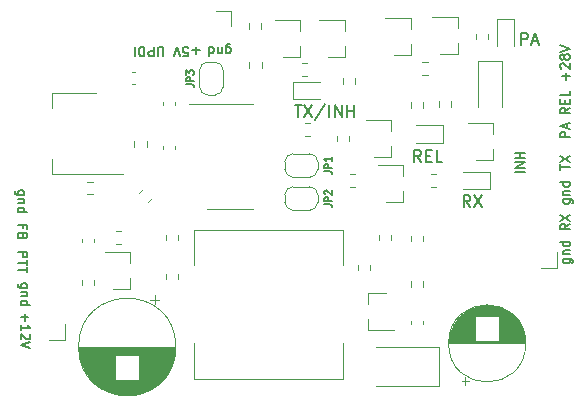
<source format=gbr>
%TF.GenerationSoftware,KiCad,Pcbnew,5.1.10-88a1d61d58~90~ubuntu20.04.1*%
%TF.CreationDate,2021-10-01T00:20:27+02:00*%
%TF.ProjectId,boost_sequencer,626f6f73-745f-4736-9571-75656e636572,rev?*%
%TF.SameCoordinates,Original*%
%TF.FileFunction,Legend,Top*%
%TF.FilePolarity,Positive*%
%FSLAX46Y46*%
G04 Gerber Fmt 4.6, Leading zero omitted, Abs format (unit mm)*
G04 Created by KiCad (PCBNEW 5.1.10-88a1d61d58~90~ubuntu20.04.1) date 2021-10-01 00:20:27*
%MOMM*%
%LPD*%
G01*
G04 APERTURE LIST*
%ADD10C,0.150000*%
%ADD11C,0.120000*%
G04 APERTURE END LIST*
D10*
X409047904Y-123266095D02*
X408247904Y-123266095D01*
X409047904Y-122885142D02*
X408247904Y-122885142D01*
X409047904Y-122428000D01*
X408247904Y-122428000D01*
X409047904Y-122047047D02*
X408247904Y-122047047D01*
X408628857Y-122047047D02*
X408628857Y-121589904D01*
X409047904Y-121589904D02*
X408247904Y-121589904D01*
X366557142Y-127984285D02*
X366557142Y-127717619D01*
X366138095Y-127717619D02*
X366938095Y-127717619D01*
X366938095Y-128098571D01*
X366557142Y-128670000D02*
X366519047Y-128784285D01*
X366480952Y-128822380D01*
X366404761Y-128860476D01*
X366290476Y-128860476D01*
X366214285Y-128822380D01*
X366176190Y-128784285D01*
X366138095Y-128708095D01*
X366138095Y-128403333D01*
X366938095Y-128403333D01*
X366938095Y-128670000D01*
X366900000Y-128746190D01*
X366861904Y-128784285D01*
X366785714Y-128822380D01*
X366709523Y-128822380D01*
X366633333Y-128784285D01*
X366595238Y-128746190D01*
X366557142Y-128670000D01*
X366557142Y-128403333D01*
X381528571Y-112942857D02*
X380919047Y-112942857D01*
X381223809Y-112638095D02*
X381223809Y-113247619D01*
X380157142Y-113438095D02*
X380538095Y-113438095D01*
X380576190Y-113057142D01*
X380538095Y-113095238D01*
X380461904Y-113133333D01*
X380271428Y-113133333D01*
X380195238Y-113095238D01*
X380157142Y-113057142D01*
X380119047Y-112980952D01*
X380119047Y-112790476D01*
X380157142Y-112714285D01*
X380195238Y-112676190D01*
X380271428Y-112638095D01*
X380461904Y-112638095D01*
X380538095Y-112676190D01*
X380576190Y-112714285D01*
X379890476Y-113438095D02*
X379623809Y-112638095D01*
X379357142Y-113438095D01*
X383802380Y-113171428D02*
X383802380Y-112523809D01*
X383840476Y-112447619D01*
X383878571Y-112409523D01*
X383954761Y-112371428D01*
X384069047Y-112371428D01*
X384145238Y-112409523D01*
X383802380Y-112676190D02*
X383878571Y-112638095D01*
X384030952Y-112638095D01*
X384107142Y-112676190D01*
X384145238Y-112714285D01*
X384183333Y-112790476D01*
X384183333Y-113019047D01*
X384145238Y-113095238D01*
X384107142Y-113133333D01*
X384030952Y-113171428D01*
X383878571Y-113171428D01*
X383802380Y-113133333D01*
X383421428Y-113171428D02*
X383421428Y-112638095D01*
X383421428Y-113095238D02*
X383383333Y-113133333D01*
X383307142Y-113171428D01*
X383192857Y-113171428D01*
X383116666Y-113133333D01*
X383078571Y-113057142D01*
X383078571Y-112638095D01*
X382354761Y-112638095D02*
X382354761Y-113438095D01*
X382354761Y-112676190D02*
X382430952Y-112638095D01*
X382583333Y-112638095D01*
X382659523Y-112676190D01*
X382697619Y-112714285D01*
X382735714Y-112790476D01*
X382735714Y-113019047D01*
X382697619Y-113095238D01*
X382659523Y-113133333D01*
X382583333Y-113171428D01*
X382430952Y-113171428D01*
X382354761Y-113133333D01*
X378469047Y-113438095D02*
X378469047Y-112790476D01*
X378430952Y-112714285D01*
X378392857Y-112676190D01*
X378316666Y-112638095D01*
X378164285Y-112638095D01*
X378088095Y-112676190D01*
X378050000Y-112714285D01*
X378011904Y-112790476D01*
X378011904Y-113438095D01*
X377630952Y-112638095D02*
X377630952Y-113438095D01*
X377326190Y-113438095D01*
X377250000Y-113400000D01*
X377211904Y-113361904D01*
X377173809Y-113285714D01*
X377173809Y-113171428D01*
X377211904Y-113095238D01*
X377250000Y-113057142D01*
X377326190Y-113019047D01*
X377630952Y-113019047D01*
X376830952Y-112638095D02*
X376830952Y-113438095D01*
X376640476Y-113438095D01*
X376526190Y-113400000D01*
X376450000Y-113323809D01*
X376411904Y-113247619D01*
X376373809Y-113095238D01*
X376373809Y-112980952D01*
X376411904Y-112828571D01*
X376450000Y-112752380D01*
X376526190Y-112676190D01*
X376640476Y-112638095D01*
X376830952Y-112638095D01*
X376030952Y-112638095D02*
X376030952Y-113438095D01*
X412324571Y-130600380D02*
X412972190Y-130600380D01*
X413048380Y-130638476D01*
X413086476Y-130676571D01*
X413124571Y-130752761D01*
X413124571Y-130867047D01*
X413086476Y-130943238D01*
X412819809Y-130600380D02*
X412857904Y-130676571D01*
X412857904Y-130828952D01*
X412819809Y-130905142D01*
X412781714Y-130943238D01*
X412705523Y-130981333D01*
X412476952Y-130981333D01*
X412400761Y-130943238D01*
X412362666Y-130905142D01*
X412324571Y-130828952D01*
X412324571Y-130676571D01*
X412362666Y-130600380D01*
X412324571Y-130219428D02*
X412857904Y-130219428D01*
X412400761Y-130219428D02*
X412362666Y-130181333D01*
X412324571Y-130105142D01*
X412324571Y-129990857D01*
X412362666Y-129914666D01*
X412438857Y-129876571D01*
X412857904Y-129876571D01*
X412857904Y-129152761D02*
X412057904Y-129152761D01*
X412819809Y-129152761D02*
X412857904Y-129228952D01*
X412857904Y-129381333D01*
X412819809Y-129457523D01*
X412781714Y-129495619D01*
X412705523Y-129533714D01*
X412476952Y-129533714D01*
X412400761Y-129495619D01*
X412362666Y-129457523D01*
X412324571Y-129381333D01*
X412324571Y-129228952D01*
X412362666Y-129152761D01*
X412857904Y-127641333D02*
X412476952Y-127908000D01*
X412857904Y-128098476D02*
X412057904Y-128098476D01*
X412057904Y-127793714D01*
X412096000Y-127717523D01*
X412134095Y-127679428D01*
X412210285Y-127641333D01*
X412324571Y-127641333D01*
X412400761Y-127679428D01*
X412438857Y-127717523D01*
X412476952Y-127793714D01*
X412476952Y-128098476D01*
X412057904Y-127374666D02*
X412857904Y-126841333D01*
X412057904Y-126841333D02*
X412857904Y-127374666D01*
X412324571Y-125552380D02*
X412972190Y-125552380D01*
X413048380Y-125590476D01*
X413086476Y-125628571D01*
X413124571Y-125704761D01*
X413124571Y-125819047D01*
X413086476Y-125895238D01*
X412819809Y-125552380D02*
X412857904Y-125628571D01*
X412857904Y-125780952D01*
X412819809Y-125857142D01*
X412781714Y-125895238D01*
X412705523Y-125933333D01*
X412476952Y-125933333D01*
X412400761Y-125895238D01*
X412362666Y-125857142D01*
X412324571Y-125780952D01*
X412324571Y-125628571D01*
X412362666Y-125552380D01*
X412324571Y-125171428D02*
X412857904Y-125171428D01*
X412400761Y-125171428D02*
X412362666Y-125133333D01*
X412324571Y-125057142D01*
X412324571Y-124942857D01*
X412362666Y-124866666D01*
X412438857Y-124828571D01*
X412857904Y-124828571D01*
X412857904Y-124104761D02*
X412057904Y-124104761D01*
X412819809Y-124104761D02*
X412857904Y-124180952D01*
X412857904Y-124333333D01*
X412819809Y-124409523D01*
X412781714Y-124447619D01*
X412705523Y-124485714D01*
X412476952Y-124485714D01*
X412400761Y-124447619D01*
X412362666Y-124409523D01*
X412324571Y-124333333D01*
X412324571Y-124180952D01*
X412362666Y-124104761D01*
X412057904Y-123037523D02*
X412057904Y-122580380D01*
X412857904Y-122808952D02*
X412057904Y-122808952D01*
X412057904Y-122389904D02*
X412857904Y-121856571D01*
X412057904Y-121856571D02*
X412857904Y-122389904D01*
X412857904Y-120302380D02*
X412057904Y-120302380D01*
X412057904Y-119997619D01*
X412096000Y-119921428D01*
X412134095Y-119883333D01*
X412210285Y-119845238D01*
X412324571Y-119845238D01*
X412400761Y-119883333D01*
X412438857Y-119921428D01*
X412476952Y-119997619D01*
X412476952Y-120302380D01*
X412629333Y-119540476D02*
X412629333Y-119159523D01*
X412857904Y-119616666D02*
X412057904Y-119350000D01*
X412857904Y-119083333D01*
X412857904Y-117786095D02*
X412476952Y-118052761D01*
X412857904Y-118243238D02*
X412057904Y-118243238D01*
X412057904Y-117938476D01*
X412096000Y-117862285D01*
X412134095Y-117824190D01*
X412210285Y-117786095D01*
X412324571Y-117786095D01*
X412400761Y-117824190D01*
X412438857Y-117862285D01*
X412476952Y-117938476D01*
X412476952Y-118243238D01*
X412438857Y-117443238D02*
X412438857Y-117176571D01*
X412857904Y-117062285D02*
X412857904Y-117443238D01*
X412057904Y-117443238D01*
X412057904Y-117062285D01*
X412857904Y-116338476D02*
X412857904Y-116719428D01*
X412057904Y-116719428D01*
X412553142Y-115455523D02*
X412553142Y-114846000D01*
X412857904Y-115150761D02*
X412248380Y-115150761D01*
X412134095Y-114503142D02*
X412096000Y-114465047D01*
X412057904Y-114388857D01*
X412057904Y-114198380D01*
X412096000Y-114122190D01*
X412134095Y-114084095D01*
X412210285Y-114046000D01*
X412286476Y-114046000D01*
X412400761Y-114084095D01*
X412857904Y-114541238D01*
X412857904Y-114046000D01*
X412400761Y-113588857D02*
X412362666Y-113665047D01*
X412324571Y-113703142D01*
X412248380Y-113741238D01*
X412210285Y-113741238D01*
X412134095Y-113703142D01*
X412096000Y-113665047D01*
X412057904Y-113588857D01*
X412057904Y-113436476D01*
X412096000Y-113360285D01*
X412134095Y-113322190D01*
X412210285Y-113284095D01*
X412248380Y-113284095D01*
X412324571Y-113322190D01*
X412362666Y-113360285D01*
X412400761Y-113436476D01*
X412400761Y-113588857D01*
X412438857Y-113665047D01*
X412476952Y-113703142D01*
X412553142Y-113741238D01*
X412705523Y-113741238D01*
X412781714Y-113703142D01*
X412819809Y-113665047D01*
X412857904Y-113588857D01*
X412857904Y-113436476D01*
X412819809Y-113360285D01*
X412781714Y-113322190D01*
X412705523Y-113284095D01*
X412553142Y-113284095D01*
X412476952Y-113322190D01*
X412438857Y-113360285D01*
X412400761Y-113436476D01*
X412057904Y-113055523D02*
X412857904Y-112788857D01*
X412057904Y-112522190D01*
X366718857Y-135242476D02*
X366718857Y-135852000D01*
X366414095Y-135547238D02*
X367023619Y-135547238D01*
X366414095Y-136652000D02*
X366414095Y-136194857D01*
X366414095Y-136423428D02*
X367214095Y-136423428D01*
X367099809Y-136347238D01*
X367023619Y-136271047D01*
X366985523Y-136194857D01*
X367137904Y-136956761D02*
X367176000Y-136994857D01*
X367214095Y-137071047D01*
X367214095Y-137261523D01*
X367176000Y-137337714D01*
X367137904Y-137375809D01*
X367061714Y-137413904D01*
X366985523Y-137413904D01*
X366871238Y-137375809D01*
X366414095Y-136918666D01*
X366414095Y-137413904D01*
X367214095Y-137642476D02*
X366414095Y-137909142D01*
X367214095Y-138175809D01*
X366947428Y-133051619D02*
X366299809Y-133051619D01*
X366223619Y-133013523D01*
X366185523Y-132975428D01*
X366147428Y-132899238D01*
X366147428Y-132784952D01*
X366185523Y-132708761D01*
X366452190Y-133051619D02*
X366414095Y-132975428D01*
X366414095Y-132823047D01*
X366452190Y-132746857D01*
X366490285Y-132708761D01*
X366566476Y-132670666D01*
X366795047Y-132670666D01*
X366871238Y-132708761D01*
X366909333Y-132746857D01*
X366947428Y-132823047D01*
X366947428Y-132975428D01*
X366909333Y-133051619D01*
X366947428Y-133432571D02*
X366414095Y-133432571D01*
X366871238Y-133432571D02*
X366909333Y-133470666D01*
X366947428Y-133546857D01*
X366947428Y-133661142D01*
X366909333Y-133737333D01*
X366833142Y-133775428D01*
X366414095Y-133775428D01*
X366414095Y-134499238D02*
X367214095Y-134499238D01*
X366452190Y-134499238D02*
X366414095Y-134423047D01*
X366414095Y-134270666D01*
X366452190Y-134194476D01*
X366490285Y-134156380D01*
X366566476Y-134118285D01*
X366795047Y-134118285D01*
X366871238Y-134156380D01*
X366909333Y-134194476D01*
X366947428Y-134270666D01*
X366947428Y-134423047D01*
X366909333Y-134499238D01*
X366160095Y-129990952D02*
X366960095Y-129990952D01*
X366960095Y-130295714D01*
X366922000Y-130371904D01*
X366883904Y-130410000D01*
X366807714Y-130448095D01*
X366693428Y-130448095D01*
X366617238Y-130410000D01*
X366579142Y-130371904D01*
X366541047Y-130295714D01*
X366541047Y-129990952D01*
X366960095Y-130676666D02*
X366960095Y-131133809D01*
X366160095Y-130905238D02*
X366960095Y-130905238D01*
X366960095Y-131286190D02*
X366960095Y-131743333D01*
X366160095Y-131514761D02*
X366960095Y-131514761D01*
X366693428Y-125177619D02*
X366045809Y-125177619D01*
X365969619Y-125139523D01*
X365931523Y-125101428D01*
X365893428Y-125025238D01*
X365893428Y-124910952D01*
X365931523Y-124834761D01*
X366198190Y-125177619D02*
X366160095Y-125101428D01*
X366160095Y-124949047D01*
X366198190Y-124872857D01*
X366236285Y-124834761D01*
X366312476Y-124796666D01*
X366541047Y-124796666D01*
X366617238Y-124834761D01*
X366655333Y-124872857D01*
X366693428Y-124949047D01*
X366693428Y-125101428D01*
X366655333Y-125177619D01*
X366693428Y-125558571D02*
X366160095Y-125558571D01*
X366617238Y-125558571D02*
X366655333Y-125596666D01*
X366693428Y-125672857D01*
X366693428Y-125787142D01*
X366655333Y-125863333D01*
X366579142Y-125901428D01*
X366160095Y-125901428D01*
X366160095Y-126625238D02*
X366960095Y-126625238D01*
X366198190Y-126625238D02*
X366160095Y-126549047D01*
X366160095Y-126396666D01*
X366198190Y-126320476D01*
X366236285Y-126282380D01*
X366312476Y-126244285D01*
X366541047Y-126244285D01*
X366617238Y-126282380D01*
X366655333Y-126320476D01*
X366693428Y-126396666D01*
X366693428Y-126549047D01*
X366655333Y-126625238D01*
X400264380Y-122372380D02*
X399931047Y-121896190D01*
X399692952Y-122372380D02*
X399692952Y-121372380D01*
X400073904Y-121372380D01*
X400169142Y-121420000D01*
X400216761Y-121467619D01*
X400264380Y-121562857D01*
X400264380Y-121705714D01*
X400216761Y-121800952D01*
X400169142Y-121848571D01*
X400073904Y-121896190D01*
X399692952Y-121896190D01*
X400692952Y-121848571D02*
X401026285Y-121848571D01*
X401169142Y-122372380D02*
X400692952Y-122372380D01*
X400692952Y-121372380D01*
X401169142Y-121372380D01*
X402073904Y-122372380D02*
X401597714Y-122372380D01*
X401597714Y-121372380D01*
X408757523Y-112466380D02*
X408757523Y-111466380D01*
X409138476Y-111466380D01*
X409233714Y-111514000D01*
X409281333Y-111561619D01*
X409328952Y-111656857D01*
X409328952Y-111799714D01*
X409281333Y-111894952D01*
X409233714Y-111942571D01*
X409138476Y-111990190D01*
X408757523Y-111990190D01*
X409709904Y-112180666D02*
X410186095Y-112180666D01*
X409614666Y-112466380D02*
X409948000Y-111466380D01*
X410281333Y-112466380D01*
X389604571Y-117562380D02*
X390176000Y-117562380D01*
X389890285Y-118562380D02*
X389890285Y-117562380D01*
X390414095Y-117562380D02*
X391080761Y-118562380D01*
X391080761Y-117562380D02*
X390414095Y-118562380D01*
X392176000Y-117514761D02*
X391318857Y-118800476D01*
X392509333Y-118562380D02*
X392509333Y-117562380D01*
X392985523Y-118562380D02*
X392985523Y-117562380D01*
X393556952Y-118562380D01*
X393556952Y-117562380D01*
X394033142Y-118562380D02*
X394033142Y-117562380D01*
X394033142Y-118038571D02*
X394604571Y-118038571D01*
X394604571Y-118562380D02*
X394604571Y-117562380D01*
X404455333Y-126182380D02*
X404122000Y-125706190D01*
X403883904Y-126182380D02*
X403883904Y-125182380D01*
X404264857Y-125182380D01*
X404360095Y-125230000D01*
X404407714Y-125277619D01*
X404455333Y-125372857D01*
X404455333Y-125515714D01*
X404407714Y-125610952D01*
X404360095Y-125658571D01*
X404264857Y-125706190D01*
X403883904Y-125706190D01*
X404788666Y-125182380D02*
X405455333Y-126182380D01*
X405455333Y-125182380D02*
X404788666Y-126182380D01*
D11*
%TO.C,JP3*%
X381524000Y-116016000D02*
X381524000Y-114616000D01*
X382224000Y-113916000D02*
X382824000Y-113916000D01*
X383524000Y-114616000D02*
X383524000Y-116016000D01*
X382824000Y-116716000D02*
X382224000Y-116716000D01*
X382224000Y-116716000D02*
G75*
G02*
X381524000Y-116016000I0J700000D01*
G01*
X383524000Y-116016000D02*
G75*
G02*
X382824000Y-116716000I-700000J0D01*
G01*
X382824000Y-113916000D02*
G75*
G02*
X383524000Y-114616000I0J-700000D01*
G01*
X381524000Y-114616000D02*
G75*
G02*
X382224000Y-113916000I700000J0D01*
G01*
%TO.C,J1*%
X370138000Y-136144000D02*
X370138000Y-137474000D01*
X370138000Y-137474000D02*
X368808000Y-137474000D01*
%TO.C,JP2*%
X390844000Y-126476000D02*
X389444000Y-126476000D01*
X388744000Y-125776000D02*
X388744000Y-125176000D01*
X389444000Y-124476000D02*
X390844000Y-124476000D01*
X391544000Y-125176000D02*
X391544000Y-125776000D01*
X391544000Y-125776000D02*
G75*
G02*
X390844000Y-126476000I-700000J0D01*
G01*
X390844000Y-124476000D02*
G75*
G02*
X391544000Y-125176000I0J-700000D01*
G01*
X388744000Y-125176000D02*
G75*
G02*
X389444000Y-124476000I700000J0D01*
G01*
X389444000Y-126476000D02*
G75*
G02*
X388744000Y-125776000I0J700000D01*
G01*
%TO.C,Q7*%
X406398000Y-122230000D02*
X406398000Y-121300000D01*
X406398000Y-119070000D02*
X406398000Y-120000000D01*
X406398000Y-119070000D02*
X404238000Y-119070000D01*
X406398000Y-122230000D02*
X404938000Y-122230000D01*
%TO.C,JP1*%
X391544000Y-122382000D02*
X391544000Y-122982000D01*
X389444000Y-121682000D02*
X390844000Y-121682000D01*
X388744000Y-122982000D02*
X388744000Y-122382000D01*
X390844000Y-123682000D02*
X389444000Y-123682000D01*
X391544000Y-122982000D02*
G75*
G02*
X390844000Y-123682000I-700000J0D01*
G01*
X390844000Y-121682000D02*
G75*
G02*
X391544000Y-122382000I0J-700000D01*
G01*
X388744000Y-122382000D02*
G75*
G02*
X389444000Y-121682000I700000J0D01*
G01*
X389444000Y-123682000D02*
G75*
G02*
X388744000Y-122982000I0J700000D01*
G01*
%TO.C,C8*%
X378458000Y-121285580D02*
X378458000Y-121004420D01*
X379478000Y-121285580D02*
X379478000Y-121004420D01*
%TO.C,C6*%
X375792420Y-114806000D02*
X376073580Y-114806000D01*
X375792420Y-115826000D02*
X376073580Y-115826000D01*
%TO.C,C5*%
X371600000Y-129172580D02*
X371600000Y-128891420D01*
X372620000Y-129172580D02*
X372620000Y-128891420D01*
%TO.C,J2*%
X384230000Y-109570000D02*
X384230000Y-110900000D01*
X382900000Y-109570000D02*
X384230000Y-109570000D01*
%TO.C,J3*%
X411794000Y-130000000D02*
X411794000Y-131330000D01*
X411794000Y-131330000D02*
X410464000Y-131330000D01*
%TO.C,Q9*%
X398778000Y-125786000D02*
X398778000Y-124856000D01*
X398778000Y-122626000D02*
X398778000Y-123556000D01*
X398778000Y-122626000D02*
X396618000Y-122626000D01*
X398778000Y-125786000D02*
X397318000Y-125786000D01*
%TO.C,R23*%
X401082742Y-123429500D02*
X401557258Y-123429500D01*
X401082742Y-124474500D02*
X401557258Y-124474500D01*
%TO.C,R22*%
X394224742Y-123429500D02*
X394699258Y-123429500D01*
X394224742Y-124474500D02*
X394699258Y-124474500D01*
%TO.C,R21*%
X394222500Y-120158742D02*
X394222500Y-120633258D01*
X393177500Y-120158742D02*
X393177500Y-120633258D01*
%TO.C,R20*%
X390889258Y-120156500D02*
X390414742Y-120156500D01*
X390889258Y-119111500D02*
X390414742Y-119111500D01*
%TO.C,Q8*%
X397762000Y-121976000D02*
X397762000Y-121046000D01*
X397762000Y-118816000D02*
X397762000Y-119746000D01*
X397762000Y-118816000D02*
X395602000Y-118816000D01*
X397762000Y-121976000D02*
X396302000Y-121976000D01*
%TO.C,D6*%
X403822000Y-124687000D02*
X406107000Y-124687000D01*
X406107000Y-124687000D02*
X406107000Y-123217000D01*
X406107000Y-123217000D02*
X403822000Y-123217000D01*
%TO.C,D3*%
X401837100Y-141388100D02*
X401837100Y-138088100D01*
X401837100Y-138088100D02*
X396437100Y-138088100D01*
X401837100Y-141388100D02*
X396437100Y-141388100D01*
%TO.C,Q6*%
X395822900Y-133484500D02*
X395822900Y-134414500D01*
X395822900Y-136644500D02*
X395822900Y-135714500D01*
X395822900Y-136644500D02*
X397982900Y-136644500D01*
X395822900Y-133484500D02*
X397282900Y-133484500D01*
%TO.C,L1*%
X393637300Y-137742200D02*
X393637300Y-140742200D01*
X393637300Y-140742200D02*
X381037300Y-140742200D01*
X381037300Y-140742200D02*
X381037300Y-137742200D01*
X381037300Y-131142200D02*
X381037300Y-128142200D01*
X381037300Y-128142200D02*
X393637300Y-128142200D01*
X393637300Y-128142200D02*
X393637300Y-131142200D01*
%TO.C,U2*%
X384100000Y-117485000D02*
X380650000Y-117485000D01*
X384100000Y-117485000D02*
X386050000Y-117485000D01*
X384100000Y-126355000D02*
X382150000Y-126355000D01*
X384100000Y-126355000D02*
X386050000Y-126355000D01*
%TO.C,U1*%
X375016200Y-123399600D02*
X369006200Y-123399600D01*
X372766200Y-116579600D02*
X369006200Y-116579600D01*
X369006200Y-123399600D02*
X369006200Y-122139600D01*
X369006200Y-116579600D02*
X369006200Y-117839600D01*
%TO.C,R19*%
X401813500Y-117250442D02*
X401813500Y-117724958D01*
X402858500Y-117250442D02*
X402858500Y-117724958D01*
%TO.C,R18*%
X376734303Y-124684770D02*
X376398770Y-125020303D01*
X377473230Y-125423697D02*
X377137697Y-125759230D01*
%TO.C,R17*%
X400483600Y-129116858D02*
X400483600Y-128642342D01*
X399438600Y-129116858D02*
X399438600Y-128642342D01*
%TO.C,R16*%
X399413200Y-117313942D02*
X399413200Y-117788458D01*
X400458200Y-117313942D02*
X400458200Y-117788458D01*
%TO.C,R15*%
X400470900Y-132939558D02*
X400470900Y-132465042D01*
X399425900Y-132939558D02*
X399425900Y-132465042D01*
%TO.C,R14*%
X393634700Y-115294642D02*
X393634700Y-115769158D01*
X394679700Y-115294642D02*
X394679700Y-115769158D01*
%TO.C,R13*%
X404899600Y-111522742D02*
X404899600Y-111997258D01*
X405944600Y-111522742D02*
X405944600Y-111997258D01*
%TO.C,R12*%
X397778500Y-129015258D02*
X397778500Y-128540742D01*
X396733500Y-129015258D02*
X396733500Y-128540742D01*
%TO.C,R11*%
X394955500Y-131080742D02*
X394955500Y-131555258D01*
X396000500Y-131080742D02*
X396000500Y-131555258D01*
%TO.C,R10*%
X400871458Y-113955300D02*
X400396942Y-113955300D01*
X400871458Y-115000300D02*
X400396942Y-115000300D01*
%TO.C,R9*%
X390635258Y-114031500D02*
X390160742Y-114031500D01*
X390635258Y-115076500D02*
X390160742Y-115076500D01*
%TO.C,R8*%
X378699500Y-131842742D02*
X378699500Y-132317258D01*
X379744500Y-131842742D02*
X379744500Y-132317258D01*
%TO.C,R7*%
X386754900Y-111095558D02*
X386754900Y-110621042D01*
X385709900Y-111095558D02*
X385709900Y-110621042D01*
%TO.C,R6*%
X379744500Y-129015258D02*
X379744500Y-128540742D01*
X378699500Y-129015258D02*
X378699500Y-128540742D01*
%TO.C,R5*%
X385735300Y-113923042D02*
X385735300Y-114397558D01*
X386780300Y-113923042D02*
X386780300Y-114397558D01*
%TO.C,R4*%
X377052100Y-121090458D02*
X377052100Y-120615942D01*
X376007100Y-121090458D02*
X376007100Y-120615942D01*
%TO.C,R3*%
X372012742Y-125096800D02*
X372487258Y-125096800D01*
X372012742Y-124051800D02*
X372487258Y-124051800D01*
%TO.C,R2*%
X371587500Y-132350742D02*
X371587500Y-132825258D01*
X372632500Y-132350742D02*
X372632500Y-132825258D01*
%TO.C,R1*%
X374887258Y-128255500D02*
X374412742Y-128255500D01*
X374887258Y-129300500D02*
X374412742Y-129300500D01*
%TO.C,Q5*%
X403388100Y-113251100D02*
X401928100Y-113251100D01*
X403388100Y-110091100D02*
X401228100Y-110091100D01*
X403388100Y-110091100D02*
X403388100Y-111021100D01*
X403388100Y-113251100D02*
X403388100Y-112321100D01*
%TO.C,Q4*%
X393837700Y-113530500D02*
X392377700Y-113530500D01*
X393837700Y-110370500D02*
X391677700Y-110370500D01*
X393837700Y-110370500D02*
X393837700Y-111300500D01*
X393837700Y-113530500D02*
X393837700Y-112600500D01*
%TO.C,Q3*%
X399425700Y-113365400D02*
X397965700Y-113365400D01*
X399425700Y-110205400D02*
X397265700Y-110205400D01*
X399425700Y-110205400D02*
X399425700Y-111135400D01*
X399425700Y-113365400D02*
X399425700Y-112435400D01*
%TO.C,Q2*%
X390040400Y-113492400D02*
X388580400Y-113492400D01*
X390040400Y-110332400D02*
X387880400Y-110332400D01*
X390040400Y-110332400D02*
X390040400Y-111262400D01*
X390040400Y-113492400D02*
X390040400Y-112562400D01*
%TO.C,Q1*%
X375664000Y-133152000D02*
X374204000Y-133152000D01*
X375664000Y-129992000D02*
X373504000Y-129992000D01*
X375664000Y-129992000D02*
X375664000Y-130922000D01*
X375664000Y-133152000D02*
X375664000Y-132222000D01*
%TO.C,D5*%
X407146000Y-113878000D02*
X407146000Y-117728000D01*
X405146000Y-113878000D02*
X405146000Y-117728000D01*
X407146000Y-113878000D02*
X405146000Y-113878000D01*
%TO.C,D4*%
X402157300Y-119280000D02*
X399872300Y-119280000D01*
X402157300Y-120750000D02*
X402157300Y-119280000D01*
X399872300Y-120750000D02*
X402157300Y-120750000D01*
%TO.C,D2*%
X389421000Y-117067000D02*
X391706000Y-117067000D01*
X389421000Y-115597000D02*
X389421000Y-117067000D01*
X391706000Y-115597000D02*
X389421000Y-115597000D01*
%TO.C,D1*%
X406681000Y-110275000D02*
X406681000Y-112560000D01*
X408151000Y-110275000D02*
X406681000Y-110275000D01*
X408151000Y-112560000D02*
X408151000Y-110275000D01*
%TO.C,C4*%
X403725300Y-140936741D02*
X404355300Y-140936741D01*
X404040300Y-141251741D02*
X404040300Y-140621741D01*
X405477300Y-134510500D02*
X406281300Y-134510500D01*
X405246300Y-134550500D02*
X406512300Y-134550500D01*
X405077300Y-134590500D02*
X406681300Y-134590500D01*
X404939300Y-134630500D02*
X406819300Y-134630500D01*
X404820300Y-134670500D02*
X406938300Y-134670500D01*
X404714300Y-134710500D02*
X407044300Y-134710500D01*
X404617300Y-134750500D02*
X407141300Y-134750500D01*
X404529300Y-134790500D02*
X407229300Y-134790500D01*
X404447300Y-134830500D02*
X407311300Y-134830500D01*
X404370300Y-134870500D02*
X407388300Y-134870500D01*
X404298300Y-134910500D02*
X407460300Y-134910500D01*
X404229300Y-134950500D02*
X407529300Y-134950500D01*
X404165300Y-134990500D02*
X407593300Y-134990500D01*
X404103300Y-135030500D02*
X407655300Y-135030500D01*
X404045300Y-135070500D02*
X407713300Y-135070500D01*
X403989300Y-135110500D02*
X407769300Y-135110500D01*
X403935300Y-135150500D02*
X407823300Y-135150500D01*
X403884300Y-135190500D02*
X407874300Y-135190500D01*
X403835300Y-135230500D02*
X407923300Y-135230500D01*
X403787300Y-135270500D02*
X407971300Y-135270500D01*
X403742300Y-135310500D02*
X408016300Y-135310500D01*
X403697300Y-135350500D02*
X408061300Y-135350500D01*
X403655300Y-135390500D02*
X408103300Y-135390500D01*
X403614300Y-135430500D02*
X408144300Y-135430500D01*
X406919300Y-135470500D02*
X408184300Y-135470500D01*
X403574300Y-135470500D02*
X404839300Y-135470500D01*
X406919300Y-135510500D02*
X408222300Y-135510500D01*
X403536300Y-135510500D02*
X404839300Y-135510500D01*
X406919300Y-135550500D02*
X408259300Y-135550500D01*
X403499300Y-135550500D02*
X404839300Y-135550500D01*
X406919300Y-135590500D02*
X408295300Y-135590500D01*
X403463300Y-135590500D02*
X404839300Y-135590500D01*
X406919300Y-135630500D02*
X408329300Y-135630500D01*
X403429300Y-135630500D02*
X404839300Y-135630500D01*
X406919300Y-135670500D02*
X408363300Y-135670500D01*
X403395300Y-135670500D02*
X404839300Y-135670500D01*
X406919300Y-135710500D02*
X408395300Y-135710500D01*
X403363300Y-135710500D02*
X404839300Y-135710500D01*
X406919300Y-135750500D02*
X408427300Y-135750500D01*
X403331300Y-135750500D02*
X404839300Y-135750500D01*
X406919300Y-135790500D02*
X408457300Y-135790500D01*
X403301300Y-135790500D02*
X404839300Y-135790500D01*
X406919300Y-135830500D02*
X408486300Y-135830500D01*
X403272300Y-135830500D02*
X404839300Y-135830500D01*
X406919300Y-135870500D02*
X408515300Y-135870500D01*
X403243300Y-135870500D02*
X404839300Y-135870500D01*
X406919300Y-135910500D02*
X408543300Y-135910500D01*
X403215300Y-135910500D02*
X404839300Y-135910500D01*
X406919300Y-135950500D02*
X408569300Y-135950500D01*
X403189300Y-135950500D02*
X404839300Y-135950500D01*
X406919300Y-135990500D02*
X408595300Y-135990500D01*
X403163300Y-135990500D02*
X404839300Y-135990500D01*
X406919300Y-136030500D02*
X408621300Y-136030500D01*
X403137300Y-136030500D02*
X404839300Y-136030500D01*
X406919300Y-136070500D02*
X408645300Y-136070500D01*
X403113300Y-136070500D02*
X404839300Y-136070500D01*
X406919300Y-136110500D02*
X408669300Y-136110500D01*
X403089300Y-136110500D02*
X404839300Y-136110500D01*
X406919300Y-136150500D02*
X408691300Y-136150500D01*
X403067300Y-136150500D02*
X404839300Y-136150500D01*
X406919300Y-136190500D02*
X408713300Y-136190500D01*
X403045300Y-136190500D02*
X404839300Y-136190500D01*
X406919300Y-136230500D02*
X408735300Y-136230500D01*
X403023300Y-136230500D02*
X404839300Y-136230500D01*
X406919300Y-136270500D02*
X408755300Y-136270500D01*
X403003300Y-136270500D02*
X404839300Y-136270500D01*
X406919300Y-136310500D02*
X408775300Y-136310500D01*
X402983300Y-136310500D02*
X404839300Y-136310500D01*
X406919300Y-136350500D02*
X408795300Y-136350500D01*
X402963300Y-136350500D02*
X404839300Y-136350500D01*
X406919300Y-136390500D02*
X408813300Y-136390500D01*
X402945300Y-136390500D02*
X404839300Y-136390500D01*
X406919300Y-136430500D02*
X408831300Y-136430500D01*
X402927300Y-136430500D02*
X404839300Y-136430500D01*
X406919300Y-136470500D02*
X408849300Y-136470500D01*
X402909300Y-136470500D02*
X404839300Y-136470500D01*
X406919300Y-136510500D02*
X408865300Y-136510500D01*
X402893300Y-136510500D02*
X404839300Y-136510500D01*
X406919300Y-136550500D02*
X408881300Y-136550500D01*
X402877300Y-136550500D02*
X404839300Y-136550500D01*
X406919300Y-136590500D02*
X408897300Y-136590500D01*
X402861300Y-136590500D02*
X404839300Y-136590500D01*
X406919300Y-136630500D02*
X408912300Y-136630500D01*
X402846300Y-136630500D02*
X404839300Y-136630500D01*
X406919300Y-136670500D02*
X408926300Y-136670500D01*
X402832300Y-136670500D02*
X404839300Y-136670500D01*
X406919300Y-136710500D02*
X408940300Y-136710500D01*
X402818300Y-136710500D02*
X404839300Y-136710500D01*
X406919300Y-136750500D02*
X408953300Y-136750500D01*
X402805300Y-136750500D02*
X404839300Y-136750500D01*
X406919300Y-136790500D02*
X408965300Y-136790500D01*
X402793300Y-136790500D02*
X404839300Y-136790500D01*
X406919300Y-136830500D02*
X408977300Y-136830500D01*
X402781300Y-136830500D02*
X404839300Y-136830500D01*
X406919300Y-136870500D02*
X408989300Y-136870500D01*
X402769300Y-136870500D02*
X404839300Y-136870500D01*
X406919300Y-136910500D02*
X409000300Y-136910500D01*
X402758300Y-136910500D02*
X404839300Y-136910500D01*
X406919300Y-136950500D02*
X409010300Y-136950500D01*
X402748300Y-136950500D02*
X404839300Y-136950500D01*
X406919300Y-136990500D02*
X409020300Y-136990500D01*
X402738300Y-136990500D02*
X404839300Y-136990500D01*
X406919300Y-137030500D02*
X409029300Y-137030500D01*
X402729300Y-137030500D02*
X404839300Y-137030500D01*
X406919300Y-137071500D02*
X409038300Y-137071500D01*
X402720300Y-137071500D02*
X404839300Y-137071500D01*
X406919300Y-137111500D02*
X409046300Y-137111500D01*
X402712300Y-137111500D02*
X404839300Y-137111500D01*
X406919300Y-137151500D02*
X409054300Y-137151500D01*
X402704300Y-137151500D02*
X404839300Y-137151500D01*
X406919300Y-137191500D02*
X409061300Y-137191500D01*
X402697300Y-137191500D02*
X404839300Y-137191500D01*
X406919300Y-137231500D02*
X409068300Y-137231500D01*
X402690300Y-137231500D02*
X404839300Y-137231500D01*
X406919300Y-137271500D02*
X409074300Y-137271500D01*
X402684300Y-137271500D02*
X404839300Y-137271500D01*
X406919300Y-137311500D02*
X409080300Y-137311500D01*
X402678300Y-137311500D02*
X404839300Y-137311500D01*
X406919300Y-137351500D02*
X409085300Y-137351500D01*
X402673300Y-137351500D02*
X404839300Y-137351500D01*
X406919300Y-137391500D02*
X409090300Y-137391500D01*
X402668300Y-137391500D02*
X404839300Y-137391500D01*
X406919300Y-137431500D02*
X409094300Y-137431500D01*
X402664300Y-137431500D02*
X404839300Y-137431500D01*
X406919300Y-137471500D02*
X409097300Y-137471500D01*
X402661300Y-137471500D02*
X404839300Y-137471500D01*
X406919300Y-137511500D02*
X409101300Y-137511500D01*
X402657300Y-137511500D02*
X404839300Y-137511500D01*
X402655300Y-137551500D02*
X409103300Y-137551500D01*
X402652300Y-137591500D02*
X409106300Y-137591500D01*
X402651300Y-137631500D02*
X409107300Y-137631500D01*
X402649300Y-137671500D02*
X409109300Y-137671500D01*
X402649300Y-137711500D02*
X409109300Y-137711500D01*
X402649300Y-137751500D02*
X409109300Y-137751500D01*
X409149300Y-137751500D02*
G75*
G03*
X409149300Y-137751500I-3270000J0D01*
G01*
%TO.C,C3*%
X400471100Y-136132180D02*
X400471100Y-135851020D01*
X399451100Y-136132180D02*
X399451100Y-135851020D01*
%TO.C,C2*%
X378115000Y-134040302D02*
X377315000Y-134040302D01*
X377715000Y-133640302D02*
X377715000Y-134440302D01*
X375933000Y-142131000D02*
X374867000Y-142131000D01*
X376168000Y-142091000D02*
X374632000Y-142091000D01*
X376348000Y-142051000D02*
X374452000Y-142051000D01*
X376498000Y-142011000D02*
X374302000Y-142011000D01*
X376629000Y-141971000D02*
X374171000Y-141971000D01*
X376746000Y-141931000D02*
X374054000Y-141931000D01*
X376853000Y-141891000D02*
X373947000Y-141891000D01*
X376952000Y-141851000D02*
X373848000Y-141851000D01*
X377045000Y-141811000D02*
X373755000Y-141811000D01*
X377131000Y-141771000D02*
X373669000Y-141771000D01*
X377213000Y-141731000D02*
X373587000Y-141731000D01*
X377290000Y-141691000D02*
X373510000Y-141691000D01*
X377364000Y-141651000D02*
X373436000Y-141651000D01*
X377434000Y-141611000D02*
X373366000Y-141611000D01*
X377502000Y-141571000D02*
X373298000Y-141571000D01*
X377566000Y-141531000D02*
X373234000Y-141531000D01*
X377628000Y-141491000D02*
X373172000Y-141491000D01*
X377687000Y-141451000D02*
X373113000Y-141451000D01*
X377745000Y-141411000D02*
X373055000Y-141411000D01*
X377800000Y-141371000D02*
X373000000Y-141371000D01*
X377854000Y-141331000D02*
X372946000Y-141331000D01*
X377905000Y-141291000D02*
X372895000Y-141291000D01*
X377956000Y-141251000D02*
X372844000Y-141251000D01*
X378004000Y-141211000D02*
X372796000Y-141211000D01*
X378051000Y-141171000D02*
X372749000Y-141171000D01*
X378097000Y-141131000D02*
X372703000Y-141131000D01*
X378141000Y-141091000D02*
X372659000Y-141091000D01*
X378184000Y-141051000D02*
X372616000Y-141051000D01*
X378226000Y-141011000D02*
X372574000Y-141011000D01*
X378267000Y-140971000D02*
X372533000Y-140971000D01*
X378307000Y-140931000D02*
X372493000Y-140931000D01*
X378345000Y-140891000D02*
X372455000Y-140891000D01*
X378383000Y-140851000D02*
X372417000Y-140851000D01*
X374360000Y-140811000D02*
X372381000Y-140811000D01*
X378419000Y-140811000D02*
X376440000Y-140811000D01*
X374360000Y-140771000D02*
X372345000Y-140771000D01*
X378455000Y-140771000D02*
X376440000Y-140771000D01*
X374360000Y-140731000D02*
X372310000Y-140731000D01*
X378490000Y-140731000D02*
X376440000Y-140731000D01*
X374360000Y-140691000D02*
X372276000Y-140691000D01*
X378524000Y-140691000D02*
X376440000Y-140691000D01*
X374360000Y-140651000D02*
X372244000Y-140651000D01*
X378556000Y-140651000D02*
X376440000Y-140651000D01*
X374360000Y-140611000D02*
X372211000Y-140611000D01*
X378589000Y-140611000D02*
X376440000Y-140611000D01*
X374360000Y-140571000D02*
X372180000Y-140571000D01*
X378620000Y-140571000D02*
X376440000Y-140571000D01*
X374360000Y-140531000D02*
X372150000Y-140531000D01*
X378650000Y-140531000D02*
X376440000Y-140531000D01*
X374360000Y-140491000D02*
X372120000Y-140491000D01*
X378680000Y-140491000D02*
X376440000Y-140491000D01*
X374360000Y-140451000D02*
X372091000Y-140451000D01*
X378709000Y-140451000D02*
X376440000Y-140451000D01*
X374360000Y-140411000D02*
X372062000Y-140411000D01*
X378738000Y-140411000D02*
X376440000Y-140411000D01*
X374360000Y-140371000D02*
X372035000Y-140371000D01*
X378765000Y-140371000D02*
X376440000Y-140371000D01*
X374360000Y-140331000D02*
X372008000Y-140331000D01*
X378792000Y-140331000D02*
X376440000Y-140331000D01*
X374360000Y-140291000D02*
X371982000Y-140291000D01*
X378818000Y-140291000D02*
X376440000Y-140291000D01*
X374360000Y-140251000D02*
X371956000Y-140251000D01*
X378844000Y-140251000D02*
X376440000Y-140251000D01*
X374360000Y-140211000D02*
X371931000Y-140211000D01*
X378869000Y-140211000D02*
X376440000Y-140211000D01*
X374360000Y-140171000D02*
X371907000Y-140171000D01*
X378893000Y-140171000D02*
X376440000Y-140171000D01*
X374360000Y-140131000D02*
X371883000Y-140131000D01*
X378917000Y-140131000D02*
X376440000Y-140131000D01*
X374360000Y-140091000D02*
X371860000Y-140091000D01*
X378940000Y-140091000D02*
X376440000Y-140091000D01*
X374360000Y-140051000D02*
X371838000Y-140051000D01*
X378962000Y-140051000D02*
X376440000Y-140051000D01*
X374360000Y-140011000D02*
X371816000Y-140011000D01*
X378984000Y-140011000D02*
X376440000Y-140011000D01*
X374360000Y-139971000D02*
X371794000Y-139971000D01*
X379006000Y-139971000D02*
X376440000Y-139971000D01*
X374360000Y-139931000D02*
X371773000Y-139931000D01*
X379027000Y-139931000D02*
X376440000Y-139931000D01*
X374360000Y-139891000D02*
X371753000Y-139891000D01*
X379047000Y-139891000D02*
X376440000Y-139891000D01*
X374360000Y-139851000D02*
X371734000Y-139851000D01*
X379066000Y-139851000D02*
X376440000Y-139851000D01*
X374360000Y-139811000D02*
X371714000Y-139811000D01*
X379086000Y-139811000D02*
X376440000Y-139811000D01*
X374360000Y-139771000D02*
X371696000Y-139771000D01*
X379104000Y-139771000D02*
X376440000Y-139771000D01*
X374360000Y-139731000D02*
X371678000Y-139731000D01*
X379122000Y-139731000D02*
X376440000Y-139731000D01*
X374360000Y-139691000D02*
X371660000Y-139691000D01*
X379140000Y-139691000D02*
X376440000Y-139691000D01*
X374360000Y-139651000D02*
X371643000Y-139651000D01*
X379157000Y-139651000D02*
X376440000Y-139651000D01*
X374360000Y-139611000D02*
X371626000Y-139611000D01*
X379174000Y-139611000D02*
X376440000Y-139611000D01*
X374360000Y-139571000D02*
X371610000Y-139571000D01*
X379190000Y-139571000D02*
X376440000Y-139571000D01*
X374360000Y-139531000D02*
X371595000Y-139531000D01*
X379205000Y-139531000D02*
X376440000Y-139531000D01*
X374360000Y-139491000D02*
X371579000Y-139491000D01*
X379221000Y-139491000D02*
X376440000Y-139491000D01*
X374360000Y-139451000D02*
X371565000Y-139451000D01*
X379235000Y-139451000D02*
X376440000Y-139451000D01*
X374360000Y-139411000D02*
X371550000Y-139411000D01*
X379250000Y-139411000D02*
X376440000Y-139411000D01*
X374360000Y-139371000D02*
X371537000Y-139371000D01*
X379263000Y-139371000D02*
X376440000Y-139371000D01*
X374360000Y-139331000D02*
X371523000Y-139331000D01*
X379277000Y-139331000D02*
X376440000Y-139331000D01*
X374360000Y-139291000D02*
X371511000Y-139291000D01*
X379289000Y-139291000D02*
X376440000Y-139291000D01*
X374360000Y-139251000D02*
X371498000Y-139251000D01*
X379302000Y-139251000D02*
X376440000Y-139251000D01*
X374360000Y-139211000D02*
X371486000Y-139211000D01*
X379314000Y-139211000D02*
X376440000Y-139211000D01*
X374360000Y-139171000D02*
X371475000Y-139171000D01*
X379325000Y-139171000D02*
X376440000Y-139171000D01*
X374360000Y-139131000D02*
X371464000Y-139131000D01*
X379336000Y-139131000D02*
X376440000Y-139131000D01*
X374360000Y-139091000D02*
X371453000Y-139091000D01*
X379347000Y-139091000D02*
X376440000Y-139091000D01*
X374360000Y-139051000D02*
X371443000Y-139051000D01*
X379357000Y-139051000D02*
X376440000Y-139051000D01*
X374360000Y-139011000D02*
X371433000Y-139011000D01*
X379367000Y-139011000D02*
X376440000Y-139011000D01*
X374360000Y-138971000D02*
X371424000Y-138971000D01*
X379376000Y-138971000D02*
X376440000Y-138971000D01*
X374360000Y-138931000D02*
X371415000Y-138931000D01*
X379385000Y-138931000D02*
X376440000Y-138931000D01*
X374360000Y-138891000D02*
X371406000Y-138891000D01*
X379394000Y-138891000D02*
X376440000Y-138891000D01*
X374360000Y-138851000D02*
X371398000Y-138851000D01*
X379402000Y-138851000D02*
X376440000Y-138851000D01*
X374360000Y-138811000D02*
X371390000Y-138811000D01*
X379410000Y-138811000D02*
X376440000Y-138811000D01*
X374360000Y-138771000D02*
X371383000Y-138771000D01*
X379417000Y-138771000D02*
X376440000Y-138771000D01*
X379424000Y-138730000D02*
X371376000Y-138730000D01*
X379430000Y-138690000D02*
X371370000Y-138690000D01*
X379437000Y-138650000D02*
X371363000Y-138650000D01*
X379442000Y-138610000D02*
X371358000Y-138610000D01*
X379448000Y-138570000D02*
X371352000Y-138570000D01*
X379452000Y-138530000D02*
X371348000Y-138530000D01*
X379457000Y-138490000D02*
X371343000Y-138490000D01*
X379461000Y-138450000D02*
X371339000Y-138450000D01*
X379465000Y-138410000D02*
X371335000Y-138410000D01*
X379468000Y-138370000D02*
X371332000Y-138370000D01*
X379471000Y-138330000D02*
X371329000Y-138330000D01*
X379474000Y-138290000D02*
X371326000Y-138290000D01*
X379476000Y-138250000D02*
X371324000Y-138250000D01*
X379477000Y-138210000D02*
X371323000Y-138210000D01*
X379479000Y-138170000D02*
X371321000Y-138170000D01*
X379480000Y-138130000D02*
X371320000Y-138130000D01*
X379480000Y-138090000D02*
X371320000Y-138090000D01*
X379480000Y-138050000D02*
X371320000Y-138050000D01*
X379520000Y-138050000D02*
G75*
G03*
X379520000Y-138050000I-4120000J0D01*
G01*
%TO.C,C1*%
X379490700Y-117590180D02*
X379490700Y-117309020D01*
X378470700Y-117590180D02*
X378470700Y-117309020D01*
%TO.C,JP3*%
D10*
X380417428Y-115816000D02*
X380846000Y-115816000D01*
X380931714Y-115844571D01*
X380988857Y-115901714D01*
X381017428Y-115987428D01*
X381017428Y-116044571D01*
X381017428Y-115530285D02*
X380417428Y-115530285D01*
X380417428Y-115301714D01*
X380446000Y-115244571D01*
X380474571Y-115216000D01*
X380531714Y-115187428D01*
X380617428Y-115187428D01*
X380674571Y-115216000D01*
X380703142Y-115244571D01*
X380731714Y-115301714D01*
X380731714Y-115530285D01*
X380417428Y-114987428D02*
X380417428Y-114616000D01*
X380646000Y-114816000D01*
X380646000Y-114730285D01*
X380674571Y-114673142D01*
X380703142Y-114644571D01*
X380760285Y-114616000D01*
X380903142Y-114616000D01*
X380960285Y-114644571D01*
X380988857Y-114673142D01*
X381017428Y-114730285D01*
X381017428Y-114901714D01*
X380988857Y-114958857D01*
X380960285Y-114987428D01*
%TO.C,JP2*%
X392101428Y-125976000D02*
X392530000Y-125976000D01*
X392615714Y-126004571D01*
X392672857Y-126061714D01*
X392701428Y-126147428D01*
X392701428Y-126204571D01*
X392701428Y-125690285D02*
X392101428Y-125690285D01*
X392101428Y-125461714D01*
X392130000Y-125404571D01*
X392158571Y-125376000D01*
X392215714Y-125347428D01*
X392301428Y-125347428D01*
X392358571Y-125376000D01*
X392387142Y-125404571D01*
X392415714Y-125461714D01*
X392415714Y-125690285D01*
X392158571Y-125118857D02*
X392130000Y-125090285D01*
X392101428Y-125033142D01*
X392101428Y-124890285D01*
X392130000Y-124833142D01*
X392158571Y-124804571D01*
X392215714Y-124776000D01*
X392272857Y-124776000D01*
X392358571Y-124804571D01*
X392701428Y-125147428D01*
X392701428Y-124776000D01*
%TO.C,JP1*%
X392101428Y-123182000D02*
X392530000Y-123182000D01*
X392615714Y-123210571D01*
X392672857Y-123267714D01*
X392701428Y-123353428D01*
X392701428Y-123410571D01*
X392701428Y-122896285D02*
X392101428Y-122896285D01*
X392101428Y-122667714D01*
X392130000Y-122610571D01*
X392158571Y-122582000D01*
X392215714Y-122553428D01*
X392301428Y-122553428D01*
X392358571Y-122582000D01*
X392387142Y-122610571D01*
X392415714Y-122667714D01*
X392415714Y-122896285D01*
X392701428Y-121982000D02*
X392701428Y-122324857D01*
X392701428Y-122153428D02*
X392101428Y-122153428D01*
X392187142Y-122210571D01*
X392244285Y-122267714D01*
X392272857Y-122324857D01*
%TD*%
M02*

</source>
